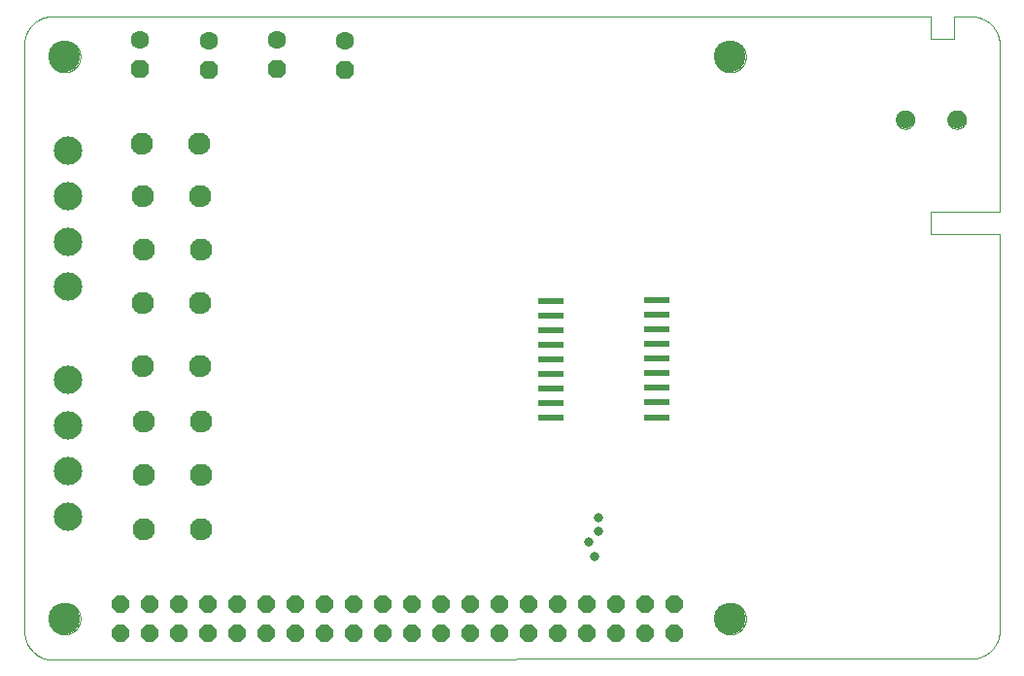
<source format=gbs>
G75*
%MOIN*%
%OFA0B0*%
%FSLAX25Y25*%
%IPPOS*%
%LPD*%
%AMOC8*
5,1,8,0,0,1.08239X$1,22.5*
%
%ADD10C,0.00000*%
%ADD11C,0.10827*%
%ADD12OC8,0.06300*%
%ADD13C,0.06300*%
%ADD14C,0.07600*%
%ADD15OC8,0.06000*%
%ADD16C,0.06299*%
%ADD17C,0.09744*%
%ADD18R,0.08661X0.02362*%
%ADD19C,0.03150*%
D10*
X0019433Y0005945D02*
X0334394Y0006339D01*
X0334394Y0006338D02*
X0334632Y0006341D01*
X0334870Y0006349D01*
X0335107Y0006364D01*
X0335344Y0006384D01*
X0335580Y0006410D01*
X0335816Y0006441D01*
X0336051Y0006478D01*
X0336285Y0006521D01*
X0336518Y0006570D01*
X0336750Y0006624D01*
X0336980Y0006684D01*
X0337209Y0006749D01*
X0337436Y0006820D01*
X0337661Y0006896D01*
X0337884Y0006978D01*
X0338106Y0007065D01*
X0338325Y0007157D01*
X0338542Y0007255D01*
X0338756Y0007357D01*
X0338968Y0007465D01*
X0339178Y0007579D01*
X0339384Y0007697D01*
X0339588Y0007820D01*
X0339788Y0007948D01*
X0339985Y0008080D01*
X0340180Y0008218D01*
X0340370Y0008360D01*
X0340558Y0008507D01*
X0340741Y0008658D01*
X0340921Y0008813D01*
X0341097Y0008973D01*
X0341269Y0009137D01*
X0341438Y0009306D01*
X0341602Y0009478D01*
X0341762Y0009654D01*
X0341917Y0009834D01*
X0342068Y0010017D01*
X0342215Y0010205D01*
X0342357Y0010395D01*
X0342495Y0010590D01*
X0342627Y0010787D01*
X0342755Y0010987D01*
X0342878Y0011191D01*
X0342996Y0011397D01*
X0343110Y0011607D01*
X0343218Y0011819D01*
X0343320Y0012033D01*
X0343418Y0012250D01*
X0343510Y0012469D01*
X0343597Y0012691D01*
X0343679Y0012914D01*
X0343755Y0013139D01*
X0343826Y0013366D01*
X0343891Y0013595D01*
X0343951Y0013825D01*
X0344005Y0014057D01*
X0344054Y0014290D01*
X0344097Y0014524D01*
X0344134Y0014759D01*
X0344165Y0014995D01*
X0344191Y0015231D01*
X0344211Y0015468D01*
X0344226Y0015705D01*
X0344234Y0015943D01*
X0344237Y0016181D01*
X0344236Y0016181D02*
X0344236Y0152008D01*
X0320614Y0152008D01*
X0320614Y0159882D01*
X0344236Y0159882D01*
X0344236Y0216969D01*
X0344237Y0216969D02*
X0344234Y0217207D01*
X0344226Y0217445D01*
X0344211Y0217682D01*
X0344191Y0217919D01*
X0344165Y0218155D01*
X0344134Y0218391D01*
X0344097Y0218626D01*
X0344054Y0218860D01*
X0344005Y0219093D01*
X0343951Y0219325D01*
X0343891Y0219555D01*
X0343826Y0219784D01*
X0343755Y0220011D01*
X0343679Y0220236D01*
X0343597Y0220459D01*
X0343510Y0220681D01*
X0343418Y0220900D01*
X0343320Y0221117D01*
X0343218Y0221331D01*
X0343110Y0221543D01*
X0342996Y0221753D01*
X0342878Y0221959D01*
X0342755Y0222163D01*
X0342627Y0222363D01*
X0342495Y0222560D01*
X0342357Y0222755D01*
X0342215Y0222945D01*
X0342068Y0223133D01*
X0341917Y0223316D01*
X0341762Y0223496D01*
X0341602Y0223672D01*
X0341438Y0223844D01*
X0341269Y0224013D01*
X0341097Y0224177D01*
X0340921Y0224337D01*
X0340741Y0224492D01*
X0340558Y0224643D01*
X0340370Y0224790D01*
X0340180Y0224932D01*
X0339985Y0225070D01*
X0339788Y0225202D01*
X0339588Y0225330D01*
X0339384Y0225453D01*
X0339178Y0225571D01*
X0338968Y0225685D01*
X0338756Y0225793D01*
X0338542Y0225895D01*
X0338325Y0225993D01*
X0338106Y0226085D01*
X0337884Y0226172D01*
X0337661Y0226254D01*
X0337436Y0226330D01*
X0337209Y0226401D01*
X0336980Y0226466D01*
X0336750Y0226526D01*
X0336518Y0226580D01*
X0336285Y0226629D01*
X0336051Y0226672D01*
X0335816Y0226709D01*
X0335580Y0226740D01*
X0335344Y0226766D01*
X0335107Y0226786D01*
X0334870Y0226801D01*
X0334632Y0226809D01*
X0334394Y0226812D01*
X0334394Y0226811D02*
X0328488Y0226811D01*
X0328488Y0218937D01*
X0320614Y0218937D01*
X0320614Y0226811D01*
X0019433Y0226811D01*
X0019433Y0226812D02*
X0019200Y0226814D01*
X0018967Y0226810D01*
X0018734Y0226801D01*
X0018501Y0226786D01*
X0018269Y0226765D01*
X0018037Y0226739D01*
X0017806Y0226707D01*
X0017576Y0226670D01*
X0017347Y0226627D01*
X0017119Y0226579D01*
X0016892Y0226525D01*
X0016666Y0226466D01*
X0016442Y0226401D01*
X0016220Y0226331D01*
X0016000Y0226255D01*
X0015781Y0226174D01*
X0015564Y0226088D01*
X0015350Y0225997D01*
X0015137Y0225900D01*
X0014928Y0225799D01*
X0014720Y0225692D01*
X0014516Y0225580D01*
X0014314Y0225464D01*
X0014115Y0225342D01*
X0013918Y0225216D01*
X0013725Y0225085D01*
X0013536Y0224950D01*
X0013349Y0224810D01*
X0013166Y0224666D01*
X0012987Y0224517D01*
X0012811Y0224364D01*
X0012639Y0224206D01*
X0012471Y0224045D01*
X0012307Y0223879D01*
X0012146Y0223710D01*
X0011990Y0223537D01*
X0011839Y0223360D01*
X0011691Y0223179D01*
X0011548Y0222995D01*
X0011409Y0222808D01*
X0011275Y0222617D01*
X0011146Y0222423D01*
X0011021Y0222226D01*
X0010901Y0222026D01*
X0010786Y0221823D01*
X0010676Y0221617D01*
X0010571Y0221409D01*
X0010471Y0221199D01*
X0010376Y0220986D01*
X0010287Y0220771D01*
X0010202Y0220553D01*
X0010123Y0220334D01*
X0010049Y0220113D01*
X0009981Y0219890D01*
X0009917Y0219666D01*
X0009860Y0219440D01*
X0009808Y0219212D01*
X0009761Y0218984D01*
X0009720Y0218755D01*
X0009684Y0218524D01*
X0009654Y0218293D01*
X0009630Y0218061D01*
X0009611Y0217829D01*
X0009598Y0217596D01*
X0009590Y0217363D01*
X0009591Y0217362D02*
X0009591Y0015788D01*
X0009590Y0015788D02*
X0009593Y0015550D01*
X0009601Y0015312D01*
X0009616Y0015075D01*
X0009636Y0014838D01*
X0009662Y0014602D01*
X0009693Y0014366D01*
X0009730Y0014131D01*
X0009773Y0013897D01*
X0009822Y0013664D01*
X0009876Y0013432D01*
X0009936Y0013202D01*
X0010001Y0012973D01*
X0010072Y0012746D01*
X0010148Y0012521D01*
X0010230Y0012298D01*
X0010317Y0012076D01*
X0010409Y0011857D01*
X0010507Y0011640D01*
X0010609Y0011426D01*
X0010717Y0011214D01*
X0010831Y0011004D01*
X0010949Y0010798D01*
X0011072Y0010594D01*
X0011200Y0010394D01*
X0011332Y0010197D01*
X0011470Y0010002D01*
X0011612Y0009812D01*
X0011759Y0009624D01*
X0011910Y0009441D01*
X0012065Y0009261D01*
X0012225Y0009085D01*
X0012389Y0008913D01*
X0012558Y0008744D01*
X0012730Y0008580D01*
X0012906Y0008420D01*
X0013086Y0008265D01*
X0013269Y0008114D01*
X0013457Y0007967D01*
X0013647Y0007825D01*
X0013842Y0007687D01*
X0014039Y0007555D01*
X0014239Y0007427D01*
X0014443Y0007304D01*
X0014649Y0007186D01*
X0014859Y0007072D01*
X0015071Y0006964D01*
X0015285Y0006862D01*
X0015502Y0006764D01*
X0015721Y0006672D01*
X0015943Y0006585D01*
X0016166Y0006503D01*
X0016391Y0006427D01*
X0016618Y0006356D01*
X0016847Y0006291D01*
X0017077Y0006231D01*
X0017309Y0006177D01*
X0017542Y0006128D01*
X0017776Y0006085D01*
X0018011Y0006048D01*
X0018247Y0006017D01*
X0018483Y0005991D01*
X0018720Y0005971D01*
X0018957Y0005956D01*
X0019195Y0005948D01*
X0019433Y0005945D01*
X0017957Y0020118D02*
X0017959Y0020265D01*
X0017965Y0020411D01*
X0017975Y0020557D01*
X0017989Y0020703D01*
X0018007Y0020849D01*
X0018028Y0020994D01*
X0018054Y0021138D01*
X0018084Y0021282D01*
X0018117Y0021424D01*
X0018154Y0021566D01*
X0018195Y0021707D01*
X0018240Y0021846D01*
X0018289Y0021985D01*
X0018341Y0022122D01*
X0018398Y0022257D01*
X0018457Y0022391D01*
X0018521Y0022523D01*
X0018588Y0022653D01*
X0018658Y0022782D01*
X0018732Y0022909D01*
X0018809Y0023033D01*
X0018890Y0023156D01*
X0018974Y0023276D01*
X0019061Y0023394D01*
X0019151Y0023509D01*
X0019244Y0023622D01*
X0019341Y0023733D01*
X0019440Y0023841D01*
X0019542Y0023946D01*
X0019647Y0024048D01*
X0019755Y0024147D01*
X0019866Y0024244D01*
X0019979Y0024337D01*
X0020094Y0024427D01*
X0020212Y0024514D01*
X0020332Y0024598D01*
X0020455Y0024679D01*
X0020579Y0024756D01*
X0020706Y0024830D01*
X0020835Y0024900D01*
X0020965Y0024967D01*
X0021097Y0025031D01*
X0021231Y0025090D01*
X0021366Y0025147D01*
X0021503Y0025199D01*
X0021642Y0025248D01*
X0021781Y0025293D01*
X0021922Y0025334D01*
X0022064Y0025371D01*
X0022206Y0025404D01*
X0022350Y0025434D01*
X0022494Y0025460D01*
X0022639Y0025481D01*
X0022785Y0025499D01*
X0022931Y0025513D01*
X0023077Y0025523D01*
X0023223Y0025529D01*
X0023370Y0025531D01*
X0023517Y0025529D01*
X0023663Y0025523D01*
X0023809Y0025513D01*
X0023955Y0025499D01*
X0024101Y0025481D01*
X0024246Y0025460D01*
X0024390Y0025434D01*
X0024534Y0025404D01*
X0024676Y0025371D01*
X0024818Y0025334D01*
X0024959Y0025293D01*
X0025098Y0025248D01*
X0025237Y0025199D01*
X0025374Y0025147D01*
X0025509Y0025090D01*
X0025643Y0025031D01*
X0025775Y0024967D01*
X0025905Y0024900D01*
X0026034Y0024830D01*
X0026161Y0024756D01*
X0026285Y0024679D01*
X0026408Y0024598D01*
X0026528Y0024514D01*
X0026646Y0024427D01*
X0026761Y0024337D01*
X0026874Y0024244D01*
X0026985Y0024147D01*
X0027093Y0024048D01*
X0027198Y0023946D01*
X0027300Y0023841D01*
X0027399Y0023733D01*
X0027496Y0023622D01*
X0027589Y0023509D01*
X0027679Y0023394D01*
X0027766Y0023276D01*
X0027850Y0023156D01*
X0027931Y0023033D01*
X0028008Y0022909D01*
X0028082Y0022782D01*
X0028152Y0022653D01*
X0028219Y0022523D01*
X0028283Y0022391D01*
X0028342Y0022257D01*
X0028399Y0022122D01*
X0028451Y0021985D01*
X0028500Y0021846D01*
X0028545Y0021707D01*
X0028586Y0021566D01*
X0028623Y0021424D01*
X0028656Y0021282D01*
X0028686Y0021138D01*
X0028712Y0020994D01*
X0028733Y0020849D01*
X0028751Y0020703D01*
X0028765Y0020557D01*
X0028775Y0020411D01*
X0028781Y0020265D01*
X0028783Y0020118D01*
X0028781Y0019971D01*
X0028775Y0019825D01*
X0028765Y0019679D01*
X0028751Y0019533D01*
X0028733Y0019387D01*
X0028712Y0019242D01*
X0028686Y0019098D01*
X0028656Y0018954D01*
X0028623Y0018812D01*
X0028586Y0018670D01*
X0028545Y0018529D01*
X0028500Y0018390D01*
X0028451Y0018251D01*
X0028399Y0018114D01*
X0028342Y0017979D01*
X0028283Y0017845D01*
X0028219Y0017713D01*
X0028152Y0017583D01*
X0028082Y0017454D01*
X0028008Y0017327D01*
X0027931Y0017203D01*
X0027850Y0017080D01*
X0027766Y0016960D01*
X0027679Y0016842D01*
X0027589Y0016727D01*
X0027496Y0016614D01*
X0027399Y0016503D01*
X0027300Y0016395D01*
X0027198Y0016290D01*
X0027093Y0016188D01*
X0026985Y0016089D01*
X0026874Y0015992D01*
X0026761Y0015899D01*
X0026646Y0015809D01*
X0026528Y0015722D01*
X0026408Y0015638D01*
X0026285Y0015557D01*
X0026161Y0015480D01*
X0026034Y0015406D01*
X0025905Y0015336D01*
X0025775Y0015269D01*
X0025643Y0015205D01*
X0025509Y0015146D01*
X0025374Y0015089D01*
X0025237Y0015037D01*
X0025098Y0014988D01*
X0024959Y0014943D01*
X0024818Y0014902D01*
X0024676Y0014865D01*
X0024534Y0014832D01*
X0024390Y0014802D01*
X0024246Y0014776D01*
X0024101Y0014755D01*
X0023955Y0014737D01*
X0023809Y0014723D01*
X0023663Y0014713D01*
X0023517Y0014707D01*
X0023370Y0014705D01*
X0023223Y0014707D01*
X0023077Y0014713D01*
X0022931Y0014723D01*
X0022785Y0014737D01*
X0022639Y0014755D01*
X0022494Y0014776D01*
X0022350Y0014802D01*
X0022206Y0014832D01*
X0022064Y0014865D01*
X0021922Y0014902D01*
X0021781Y0014943D01*
X0021642Y0014988D01*
X0021503Y0015037D01*
X0021366Y0015089D01*
X0021231Y0015146D01*
X0021097Y0015205D01*
X0020965Y0015269D01*
X0020835Y0015336D01*
X0020706Y0015406D01*
X0020579Y0015480D01*
X0020455Y0015557D01*
X0020332Y0015638D01*
X0020212Y0015722D01*
X0020094Y0015809D01*
X0019979Y0015899D01*
X0019866Y0015992D01*
X0019755Y0016089D01*
X0019647Y0016188D01*
X0019542Y0016290D01*
X0019440Y0016395D01*
X0019341Y0016503D01*
X0019244Y0016614D01*
X0019151Y0016727D01*
X0019061Y0016842D01*
X0018974Y0016960D01*
X0018890Y0017080D01*
X0018809Y0017203D01*
X0018732Y0017327D01*
X0018658Y0017454D01*
X0018588Y0017583D01*
X0018521Y0017713D01*
X0018457Y0017845D01*
X0018398Y0017979D01*
X0018341Y0018114D01*
X0018289Y0018251D01*
X0018240Y0018390D01*
X0018195Y0018529D01*
X0018154Y0018670D01*
X0018117Y0018812D01*
X0018084Y0018954D01*
X0018054Y0019098D01*
X0018028Y0019242D01*
X0018007Y0019387D01*
X0017989Y0019533D01*
X0017975Y0019679D01*
X0017965Y0019825D01*
X0017959Y0019971D01*
X0017957Y0020118D01*
X0246304Y0020118D02*
X0246306Y0020265D01*
X0246312Y0020411D01*
X0246322Y0020557D01*
X0246336Y0020703D01*
X0246354Y0020849D01*
X0246375Y0020994D01*
X0246401Y0021138D01*
X0246431Y0021282D01*
X0246464Y0021424D01*
X0246501Y0021566D01*
X0246542Y0021707D01*
X0246587Y0021846D01*
X0246636Y0021985D01*
X0246688Y0022122D01*
X0246745Y0022257D01*
X0246804Y0022391D01*
X0246868Y0022523D01*
X0246935Y0022653D01*
X0247005Y0022782D01*
X0247079Y0022909D01*
X0247156Y0023033D01*
X0247237Y0023156D01*
X0247321Y0023276D01*
X0247408Y0023394D01*
X0247498Y0023509D01*
X0247591Y0023622D01*
X0247688Y0023733D01*
X0247787Y0023841D01*
X0247889Y0023946D01*
X0247994Y0024048D01*
X0248102Y0024147D01*
X0248213Y0024244D01*
X0248326Y0024337D01*
X0248441Y0024427D01*
X0248559Y0024514D01*
X0248679Y0024598D01*
X0248802Y0024679D01*
X0248926Y0024756D01*
X0249053Y0024830D01*
X0249182Y0024900D01*
X0249312Y0024967D01*
X0249444Y0025031D01*
X0249578Y0025090D01*
X0249713Y0025147D01*
X0249850Y0025199D01*
X0249989Y0025248D01*
X0250128Y0025293D01*
X0250269Y0025334D01*
X0250411Y0025371D01*
X0250553Y0025404D01*
X0250697Y0025434D01*
X0250841Y0025460D01*
X0250986Y0025481D01*
X0251132Y0025499D01*
X0251278Y0025513D01*
X0251424Y0025523D01*
X0251570Y0025529D01*
X0251717Y0025531D01*
X0251864Y0025529D01*
X0252010Y0025523D01*
X0252156Y0025513D01*
X0252302Y0025499D01*
X0252448Y0025481D01*
X0252593Y0025460D01*
X0252737Y0025434D01*
X0252881Y0025404D01*
X0253023Y0025371D01*
X0253165Y0025334D01*
X0253306Y0025293D01*
X0253445Y0025248D01*
X0253584Y0025199D01*
X0253721Y0025147D01*
X0253856Y0025090D01*
X0253990Y0025031D01*
X0254122Y0024967D01*
X0254252Y0024900D01*
X0254381Y0024830D01*
X0254508Y0024756D01*
X0254632Y0024679D01*
X0254755Y0024598D01*
X0254875Y0024514D01*
X0254993Y0024427D01*
X0255108Y0024337D01*
X0255221Y0024244D01*
X0255332Y0024147D01*
X0255440Y0024048D01*
X0255545Y0023946D01*
X0255647Y0023841D01*
X0255746Y0023733D01*
X0255843Y0023622D01*
X0255936Y0023509D01*
X0256026Y0023394D01*
X0256113Y0023276D01*
X0256197Y0023156D01*
X0256278Y0023033D01*
X0256355Y0022909D01*
X0256429Y0022782D01*
X0256499Y0022653D01*
X0256566Y0022523D01*
X0256630Y0022391D01*
X0256689Y0022257D01*
X0256746Y0022122D01*
X0256798Y0021985D01*
X0256847Y0021846D01*
X0256892Y0021707D01*
X0256933Y0021566D01*
X0256970Y0021424D01*
X0257003Y0021282D01*
X0257033Y0021138D01*
X0257059Y0020994D01*
X0257080Y0020849D01*
X0257098Y0020703D01*
X0257112Y0020557D01*
X0257122Y0020411D01*
X0257128Y0020265D01*
X0257130Y0020118D01*
X0257128Y0019971D01*
X0257122Y0019825D01*
X0257112Y0019679D01*
X0257098Y0019533D01*
X0257080Y0019387D01*
X0257059Y0019242D01*
X0257033Y0019098D01*
X0257003Y0018954D01*
X0256970Y0018812D01*
X0256933Y0018670D01*
X0256892Y0018529D01*
X0256847Y0018390D01*
X0256798Y0018251D01*
X0256746Y0018114D01*
X0256689Y0017979D01*
X0256630Y0017845D01*
X0256566Y0017713D01*
X0256499Y0017583D01*
X0256429Y0017454D01*
X0256355Y0017327D01*
X0256278Y0017203D01*
X0256197Y0017080D01*
X0256113Y0016960D01*
X0256026Y0016842D01*
X0255936Y0016727D01*
X0255843Y0016614D01*
X0255746Y0016503D01*
X0255647Y0016395D01*
X0255545Y0016290D01*
X0255440Y0016188D01*
X0255332Y0016089D01*
X0255221Y0015992D01*
X0255108Y0015899D01*
X0254993Y0015809D01*
X0254875Y0015722D01*
X0254755Y0015638D01*
X0254632Y0015557D01*
X0254508Y0015480D01*
X0254381Y0015406D01*
X0254252Y0015336D01*
X0254122Y0015269D01*
X0253990Y0015205D01*
X0253856Y0015146D01*
X0253721Y0015089D01*
X0253584Y0015037D01*
X0253445Y0014988D01*
X0253306Y0014943D01*
X0253165Y0014902D01*
X0253023Y0014865D01*
X0252881Y0014832D01*
X0252737Y0014802D01*
X0252593Y0014776D01*
X0252448Y0014755D01*
X0252302Y0014737D01*
X0252156Y0014723D01*
X0252010Y0014713D01*
X0251864Y0014707D01*
X0251717Y0014705D01*
X0251570Y0014707D01*
X0251424Y0014713D01*
X0251278Y0014723D01*
X0251132Y0014737D01*
X0250986Y0014755D01*
X0250841Y0014776D01*
X0250697Y0014802D01*
X0250553Y0014832D01*
X0250411Y0014865D01*
X0250269Y0014902D01*
X0250128Y0014943D01*
X0249989Y0014988D01*
X0249850Y0015037D01*
X0249713Y0015089D01*
X0249578Y0015146D01*
X0249444Y0015205D01*
X0249312Y0015269D01*
X0249182Y0015336D01*
X0249053Y0015406D01*
X0248926Y0015480D01*
X0248802Y0015557D01*
X0248679Y0015638D01*
X0248559Y0015722D01*
X0248441Y0015809D01*
X0248326Y0015899D01*
X0248213Y0015992D01*
X0248102Y0016089D01*
X0247994Y0016188D01*
X0247889Y0016290D01*
X0247787Y0016395D01*
X0247688Y0016503D01*
X0247591Y0016614D01*
X0247498Y0016727D01*
X0247408Y0016842D01*
X0247321Y0016960D01*
X0247237Y0017080D01*
X0247156Y0017203D01*
X0247079Y0017327D01*
X0247005Y0017454D01*
X0246935Y0017583D01*
X0246868Y0017713D01*
X0246804Y0017845D01*
X0246745Y0017979D01*
X0246688Y0018114D01*
X0246636Y0018251D01*
X0246587Y0018390D01*
X0246542Y0018529D01*
X0246501Y0018670D01*
X0246464Y0018812D01*
X0246431Y0018954D01*
X0246401Y0019098D01*
X0246375Y0019242D01*
X0246354Y0019387D01*
X0246336Y0019533D01*
X0246322Y0019679D01*
X0246312Y0019825D01*
X0246306Y0019971D01*
X0246304Y0020118D01*
X0308606Y0191378D02*
X0308608Y0191490D01*
X0308614Y0191601D01*
X0308624Y0191713D01*
X0308638Y0191824D01*
X0308655Y0191934D01*
X0308677Y0192044D01*
X0308703Y0192153D01*
X0308732Y0192261D01*
X0308765Y0192367D01*
X0308802Y0192473D01*
X0308843Y0192577D01*
X0308888Y0192680D01*
X0308936Y0192781D01*
X0308987Y0192880D01*
X0309042Y0192977D01*
X0309101Y0193072D01*
X0309162Y0193166D01*
X0309227Y0193257D01*
X0309296Y0193345D01*
X0309367Y0193431D01*
X0309441Y0193515D01*
X0309519Y0193595D01*
X0309599Y0193673D01*
X0309682Y0193749D01*
X0309767Y0193821D01*
X0309855Y0193890D01*
X0309945Y0193956D01*
X0310038Y0194018D01*
X0310133Y0194078D01*
X0310230Y0194134D01*
X0310328Y0194186D01*
X0310429Y0194235D01*
X0310531Y0194280D01*
X0310635Y0194322D01*
X0310740Y0194360D01*
X0310847Y0194394D01*
X0310954Y0194424D01*
X0311063Y0194451D01*
X0311172Y0194473D01*
X0311283Y0194492D01*
X0311393Y0194507D01*
X0311505Y0194518D01*
X0311616Y0194525D01*
X0311728Y0194528D01*
X0311840Y0194527D01*
X0311952Y0194522D01*
X0312063Y0194513D01*
X0312174Y0194500D01*
X0312285Y0194483D01*
X0312395Y0194463D01*
X0312504Y0194438D01*
X0312612Y0194410D01*
X0312719Y0194377D01*
X0312825Y0194341D01*
X0312929Y0194301D01*
X0313032Y0194258D01*
X0313134Y0194211D01*
X0313233Y0194160D01*
X0313331Y0194106D01*
X0313427Y0194048D01*
X0313521Y0193987D01*
X0313612Y0193923D01*
X0313701Y0193856D01*
X0313788Y0193785D01*
X0313872Y0193711D01*
X0313954Y0193635D01*
X0314032Y0193555D01*
X0314108Y0193473D01*
X0314181Y0193388D01*
X0314251Y0193301D01*
X0314317Y0193211D01*
X0314381Y0193119D01*
X0314441Y0193025D01*
X0314498Y0192929D01*
X0314551Y0192830D01*
X0314601Y0192730D01*
X0314647Y0192629D01*
X0314690Y0192525D01*
X0314729Y0192420D01*
X0314764Y0192314D01*
X0314795Y0192207D01*
X0314823Y0192098D01*
X0314846Y0191989D01*
X0314866Y0191879D01*
X0314882Y0191768D01*
X0314894Y0191657D01*
X0314902Y0191546D01*
X0314906Y0191434D01*
X0314906Y0191322D01*
X0314902Y0191210D01*
X0314894Y0191099D01*
X0314882Y0190988D01*
X0314866Y0190877D01*
X0314846Y0190767D01*
X0314823Y0190658D01*
X0314795Y0190549D01*
X0314764Y0190442D01*
X0314729Y0190336D01*
X0314690Y0190231D01*
X0314647Y0190127D01*
X0314601Y0190026D01*
X0314551Y0189926D01*
X0314498Y0189827D01*
X0314441Y0189731D01*
X0314381Y0189637D01*
X0314317Y0189545D01*
X0314251Y0189455D01*
X0314181Y0189368D01*
X0314108Y0189283D01*
X0314032Y0189201D01*
X0313954Y0189121D01*
X0313872Y0189045D01*
X0313788Y0188971D01*
X0313701Y0188900D01*
X0313612Y0188833D01*
X0313521Y0188769D01*
X0313427Y0188708D01*
X0313331Y0188650D01*
X0313233Y0188596D01*
X0313134Y0188545D01*
X0313032Y0188498D01*
X0312929Y0188455D01*
X0312825Y0188415D01*
X0312719Y0188379D01*
X0312612Y0188346D01*
X0312504Y0188318D01*
X0312395Y0188293D01*
X0312285Y0188273D01*
X0312174Y0188256D01*
X0312063Y0188243D01*
X0311952Y0188234D01*
X0311840Y0188229D01*
X0311728Y0188228D01*
X0311616Y0188231D01*
X0311505Y0188238D01*
X0311393Y0188249D01*
X0311283Y0188264D01*
X0311172Y0188283D01*
X0311063Y0188305D01*
X0310954Y0188332D01*
X0310847Y0188362D01*
X0310740Y0188396D01*
X0310635Y0188434D01*
X0310531Y0188476D01*
X0310429Y0188521D01*
X0310328Y0188570D01*
X0310230Y0188622D01*
X0310133Y0188678D01*
X0310038Y0188738D01*
X0309945Y0188800D01*
X0309855Y0188866D01*
X0309767Y0188935D01*
X0309682Y0189007D01*
X0309599Y0189083D01*
X0309519Y0189161D01*
X0309441Y0189241D01*
X0309367Y0189325D01*
X0309296Y0189411D01*
X0309227Y0189499D01*
X0309162Y0189590D01*
X0309101Y0189684D01*
X0309042Y0189779D01*
X0308987Y0189876D01*
X0308936Y0189975D01*
X0308888Y0190076D01*
X0308843Y0190179D01*
X0308802Y0190283D01*
X0308765Y0190389D01*
X0308732Y0190495D01*
X0308703Y0190603D01*
X0308677Y0190712D01*
X0308655Y0190822D01*
X0308638Y0190932D01*
X0308624Y0191043D01*
X0308614Y0191155D01*
X0308608Y0191266D01*
X0308606Y0191378D01*
X0326323Y0191378D02*
X0326325Y0191490D01*
X0326331Y0191601D01*
X0326341Y0191713D01*
X0326355Y0191824D01*
X0326372Y0191934D01*
X0326394Y0192044D01*
X0326420Y0192153D01*
X0326449Y0192261D01*
X0326482Y0192367D01*
X0326519Y0192473D01*
X0326560Y0192577D01*
X0326605Y0192680D01*
X0326653Y0192781D01*
X0326704Y0192880D01*
X0326759Y0192977D01*
X0326818Y0193072D01*
X0326879Y0193166D01*
X0326944Y0193257D01*
X0327013Y0193345D01*
X0327084Y0193431D01*
X0327158Y0193515D01*
X0327236Y0193595D01*
X0327316Y0193673D01*
X0327399Y0193749D01*
X0327484Y0193821D01*
X0327572Y0193890D01*
X0327662Y0193956D01*
X0327755Y0194018D01*
X0327850Y0194078D01*
X0327947Y0194134D01*
X0328045Y0194186D01*
X0328146Y0194235D01*
X0328248Y0194280D01*
X0328352Y0194322D01*
X0328457Y0194360D01*
X0328564Y0194394D01*
X0328671Y0194424D01*
X0328780Y0194451D01*
X0328889Y0194473D01*
X0329000Y0194492D01*
X0329110Y0194507D01*
X0329222Y0194518D01*
X0329333Y0194525D01*
X0329445Y0194528D01*
X0329557Y0194527D01*
X0329669Y0194522D01*
X0329780Y0194513D01*
X0329891Y0194500D01*
X0330002Y0194483D01*
X0330112Y0194463D01*
X0330221Y0194438D01*
X0330329Y0194410D01*
X0330436Y0194377D01*
X0330542Y0194341D01*
X0330646Y0194301D01*
X0330749Y0194258D01*
X0330851Y0194211D01*
X0330950Y0194160D01*
X0331048Y0194106D01*
X0331144Y0194048D01*
X0331238Y0193987D01*
X0331329Y0193923D01*
X0331418Y0193856D01*
X0331505Y0193785D01*
X0331589Y0193711D01*
X0331671Y0193635D01*
X0331749Y0193555D01*
X0331825Y0193473D01*
X0331898Y0193388D01*
X0331968Y0193301D01*
X0332034Y0193211D01*
X0332098Y0193119D01*
X0332158Y0193025D01*
X0332215Y0192929D01*
X0332268Y0192830D01*
X0332318Y0192730D01*
X0332364Y0192629D01*
X0332407Y0192525D01*
X0332446Y0192420D01*
X0332481Y0192314D01*
X0332512Y0192207D01*
X0332540Y0192098D01*
X0332563Y0191989D01*
X0332583Y0191879D01*
X0332599Y0191768D01*
X0332611Y0191657D01*
X0332619Y0191546D01*
X0332623Y0191434D01*
X0332623Y0191322D01*
X0332619Y0191210D01*
X0332611Y0191099D01*
X0332599Y0190988D01*
X0332583Y0190877D01*
X0332563Y0190767D01*
X0332540Y0190658D01*
X0332512Y0190549D01*
X0332481Y0190442D01*
X0332446Y0190336D01*
X0332407Y0190231D01*
X0332364Y0190127D01*
X0332318Y0190026D01*
X0332268Y0189926D01*
X0332215Y0189827D01*
X0332158Y0189731D01*
X0332098Y0189637D01*
X0332034Y0189545D01*
X0331968Y0189455D01*
X0331898Y0189368D01*
X0331825Y0189283D01*
X0331749Y0189201D01*
X0331671Y0189121D01*
X0331589Y0189045D01*
X0331505Y0188971D01*
X0331418Y0188900D01*
X0331329Y0188833D01*
X0331238Y0188769D01*
X0331144Y0188708D01*
X0331048Y0188650D01*
X0330950Y0188596D01*
X0330851Y0188545D01*
X0330749Y0188498D01*
X0330646Y0188455D01*
X0330542Y0188415D01*
X0330436Y0188379D01*
X0330329Y0188346D01*
X0330221Y0188318D01*
X0330112Y0188293D01*
X0330002Y0188273D01*
X0329891Y0188256D01*
X0329780Y0188243D01*
X0329669Y0188234D01*
X0329557Y0188229D01*
X0329445Y0188228D01*
X0329333Y0188231D01*
X0329222Y0188238D01*
X0329110Y0188249D01*
X0329000Y0188264D01*
X0328889Y0188283D01*
X0328780Y0188305D01*
X0328671Y0188332D01*
X0328564Y0188362D01*
X0328457Y0188396D01*
X0328352Y0188434D01*
X0328248Y0188476D01*
X0328146Y0188521D01*
X0328045Y0188570D01*
X0327947Y0188622D01*
X0327850Y0188678D01*
X0327755Y0188738D01*
X0327662Y0188800D01*
X0327572Y0188866D01*
X0327484Y0188935D01*
X0327399Y0189007D01*
X0327316Y0189083D01*
X0327236Y0189161D01*
X0327158Y0189241D01*
X0327084Y0189325D01*
X0327013Y0189411D01*
X0326944Y0189499D01*
X0326879Y0189590D01*
X0326818Y0189684D01*
X0326759Y0189779D01*
X0326704Y0189876D01*
X0326653Y0189975D01*
X0326605Y0190076D01*
X0326560Y0190179D01*
X0326519Y0190283D01*
X0326482Y0190389D01*
X0326449Y0190495D01*
X0326420Y0190603D01*
X0326394Y0190712D01*
X0326372Y0190822D01*
X0326355Y0190932D01*
X0326341Y0191043D01*
X0326331Y0191155D01*
X0326325Y0191266D01*
X0326323Y0191378D01*
X0246304Y0213032D02*
X0246306Y0213179D01*
X0246312Y0213325D01*
X0246322Y0213471D01*
X0246336Y0213617D01*
X0246354Y0213763D01*
X0246375Y0213908D01*
X0246401Y0214052D01*
X0246431Y0214196D01*
X0246464Y0214338D01*
X0246501Y0214480D01*
X0246542Y0214621D01*
X0246587Y0214760D01*
X0246636Y0214899D01*
X0246688Y0215036D01*
X0246745Y0215171D01*
X0246804Y0215305D01*
X0246868Y0215437D01*
X0246935Y0215567D01*
X0247005Y0215696D01*
X0247079Y0215823D01*
X0247156Y0215947D01*
X0247237Y0216070D01*
X0247321Y0216190D01*
X0247408Y0216308D01*
X0247498Y0216423D01*
X0247591Y0216536D01*
X0247688Y0216647D01*
X0247787Y0216755D01*
X0247889Y0216860D01*
X0247994Y0216962D01*
X0248102Y0217061D01*
X0248213Y0217158D01*
X0248326Y0217251D01*
X0248441Y0217341D01*
X0248559Y0217428D01*
X0248679Y0217512D01*
X0248802Y0217593D01*
X0248926Y0217670D01*
X0249053Y0217744D01*
X0249182Y0217814D01*
X0249312Y0217881D01*
X0249444Y0217945D01*
X0249578Y0218004D01*
X0249713Y0218061D01*
X0249850Y0218113D01*
X0249989Y0218162D01*
X0250128Y0218207D01*
X0250269Y0218248D01*
X0250411Y0218285D01*
X0250553Y0218318D01*
X0250697Y0218348D01*
X0250841Y0218374D01*
X0250986Y0218395D01*
X0251132Y0218413D01*
X0251278Y0218427D01*
X0251424Y0218437D01*
X0251570Y0218443D01*
X0251717Y0218445D01*
X0251864Y0218443D01*
X0252010Y0218437D01*
X0252156Y0218427D01*
X0252302Y0218413D01*
X0252448Y0218395D01*
X0252593Y0218374D01*
X0252737Y0218348D01*
X0252881Y0218318D01*
X0253023Y0218285D01*
X0253165Y0218248D01*
X0253306Y0218207D01*
X0253445Y0218162D01*
X0253584Y0218113D01*
X0253721Y0218061D01*
X0253856Y0218004D01*
X0253990Y0217945D01*
X0254122Y0217881D01*
X0254252Y0217814D01*
X0254381Y0217744D01*
X0254508Y0217670D01*
X0254632Y0217593D01*
X0254755Y0217512D01*
X0254875Y0217428D01*
X0254993Y0217341D01*
X0255108Y0217251D01*
X0255221Y0217158D01*
X0255332Y0217061D01*
X0255440Y0216962D01*
X0255545Y0216860D01*
X0255647Y0216755D01*
X0255746Y0216647D01*
X0255843Y0216536D01*
X0255936Y0216423D01*
X0256026Y0216308D01*
X0256113Y0216190D01*
X0256197Y0216070D01*
X0256278Y0215947D01*
X0256355Y0215823D01*
X0256429Y0215696D01*
X0256499Y0215567D01*
X0256566Y0215437D01*
X0256630Y0215305D01*
X0256689Y0215171D01*
X0256746Y0215036D01*
X0256798Y0214899D01*
X0256847Y0214760D01*
X0256892Y0214621D01*
X0256933Y0214480D01*
X0256970Y0214338D01*
X0257003Y0214196D01*
X0257033Y0214052D01*
X0257059Y0213908D01*
X0257080Y0213763D01*
X0257098Y0213617D01*
X0257112Y0213471D01*
X0257122Y0213325D01*
X0257128Y0213179D01*
X0257130Y0213032D01*
X0257128Y0212885D01*
X0257122Y0212739D01*
X0257112Y0212593D01*
X0257098Y0212447D01*
X0257080Y0212301D01*
X0257059Y0212156D01*
X0257033Y0212012D01*
X0257003Y0211868D01*
X0256970Y0211726D01*
X0256933Y0211584D01*
X0256892Y0211443D01*
X0256847Y0211304D01*
X0256798Y0211165D01*
X0256746Y0211028D01*
X0256689Y0210893D01*
X0256630Y0210759D01*
X0256566Y0210627D01*
X0256499Y0210497D01*
X0256429Y0210368D01*
X0256355Y0210241D01*
X0256278Y0210117D01*
X0256197Y0209994D01*
X0256113Y0209874D01*
X0256026Y0209756D01*
X0255936Y0209641D01*
X0255843Y0209528D01*
X0255746Y0209417D01*
X0255647Y0209309D01*
X0255545Y0209204D01*
X0255440Y0209102D01*
X0255332Y0209003D01*
X0255221Y0208906D01*
X0255108Y0208813D01*
X0254993Y0208723D01*
X0254875Y0208636D01*
X0254755Y0208552D01*
X0254632Y0208471D01*
X0254508Y0208394D01*
X0254381Y0208320D01*
X0254252Y0208250D01*
X0254122Y0208183D01*
X0253990Y0208119D01*
X0253856Y0208060D01*
X0253721Y0208003D01*
X0253584Y0207951D01*
X0253445Y0207902D01*
X0253306Y0207857D01*
X0253165Y0207816D01*
X0253023Y0207779D01*
X0252881Y0207746D01*
X0252737Y0207716D01*
X0252593Y0207690D01*
X0252448Y0207669D01*
X0252302Y0207651D01*
X0252156Y0207637D01*
X0252010Y0207627D01*
X0251864Y0207621D01*
X0251717Y0207619D01*
X0251570Y0207621D01*
X0251424Y0207627D01*
X0251278Y0207637D01*
X0251132Y0207651D01*
X0250986Y0207669D01*
X0250841Y0207690D01*
X0250697Y0207716D01*
X0250553Y0207746D01*
X0250411Y0207779D01*
X0250269Y0207816D01*
X0250128Y0207857D01*
X0249989Y0207902D01*
X0249850Y0207951D01*
X0249713Y0208003D01*
X0249578Y0208060D01*
X0249444Y0208119D01*
X0249312Y0208183D01*
X0249182Y0208250D01*
X0249053Y0208320D01*
X0248926Y0208394D01*
X0248802Y0208471D01*
X0248679Y0208552D01*
X0248559Y0208636D01*
X0248441Y0208723D01*
X0248326Y0208813D01*
X0248213Y0208906D01*
X0248102Y0209003D01*
X0247994Y0209102D01*
X0247889Y0209204D01*
X0247787Y0209309D01*
X0247688Y0209417D01*
X0247591Y0209528D01*
X0247498Y0209641D01*
X0247408Y0209756D01*
X0247321Y0209874D01*
X0247237Y0209994D01*
X0247156Y0210117D01*
X0247079Y0210241D01*
X0247005Y0210368D01*
X0246935Y0210497D01*
X0246868Y0210627D01*
X0246804Y0210759D01*
X0246745Y0210893D01*
X0246688Y0211028D01*
X0246636Y0211165D01*
X0246587Y0211304D01*
X0246542Y0211443D01*
X0246501Y0211584D01*
X0246464Y0211726D01*
X0246431Y0211868D01*
X0246401Y0212012D01*
X0246375Y0212156D01*
X0246354Y0212301D01*
X0246336Y0212447D01*
X0246322Y0212593D01*
X0246312Y0212739D01*
X0246306Y0212885D01*
X0246304Y0213032D01*
X0017957Y0213032D02*
X0017959Y0213179D01*
X0017965Y0213325D01*
X0017975Y0213471D01*
X0017989Y0213617D01*
X0018007Y0213763D01*
X0018028Y0213908D01*
X0018054Y0214052D01*
X0018084Y0214196D01*
X0018117Y0214338D01*
X0018154Y0214480D01*
X0018195Y0214621D01*
X0018240Y0214760D01*
X0018289Y0214899D01*
X0018341Y0215036D01*
X0018398Y0215171D01*
X0018457Y0215305D01*
X0018521Y0215437D01*
X0018588Y0215567D01*
X0018658Y0215696D01*
X0018732Y0215823D01*
X0018809Y0215947D01*
X0018890Y0216070D01*
X0018974Y0216190D01*
X0019061Y0216308D01*
X0019151Y0216423D01*
X0019244Y0216536D01*
X0019341Y0216647D01*
X0019440Y0216755D01*
X0019542Y0216860D01*
X0019647Y0216962D01*
X0019755Y0217061D01*
X0019866Y0217158D01*
X0019979Y0217251D01*
X0020094Y0217341D01*
X0020212Y0217428D01*
X0020332Y0217512D01*
X0020455Y0217593D01*
X0020579Y0217670D01*
X0020706Y0217744D01*
X0020835Y0217814D01*
X0020965Y0217881D01*
X0021097Y0217945D01*
X0021231Y0218004D01*
X0021366Y0218061D01*
X0021503Y0218113D01*
X0021642Y0218162D01*
X0021781Y0218207D01*
X0021922Y0218248D01*
X0022064Y0218285D01*
X0022206Y0218318D01*
X0022350Y0218348D01*
X0022494Y0218374D01*
X0022639Y0218395D01*
X0022785Y0218413D01*
X0022931Y0218427D01*
X0023077Y0218437D01*
X0023223Y0218443D01*
X0023370Y0218445D01*
X0023517Y0218443D01*
X0023663Y0218437D01*
X0023809Y0218427D01*
X0023955Y0218413D01*
X0024101Y0218395D01*
X0024246Y0218374D01*
X0024390Y0218348D01*
X0024534Y0218318D01*
X0024676Y0218285D01*
X0024818Y0218248D01*
X0024959Y0218207D01*
X0025098Y0218162D01*
X0025237Y0218113D01*
X0025374Y0218061D01*
X0025509Y0218004D01*
X0025643Y0217945D01*
X0025775Y0217881D01*
X0025905Y0217814D01*
X0026034Y0217744D01*
X0026161Y0217670D01*
X0026285Y0217593D01*
X0026408Y0217512D01*
X0026528Y0217428D01*
X0026646Y0217341D01*
X0026761Y0217251D01*
X0026874Y0217158D01*
X0026985Y0217061D01*
X0027093Y0216962D01*
X0027198Y0216860D01*
X0027300Y0216755D01*
X0027399Y0216647D01*
X0027496Y0216536D01*
X0027589Y0216423D01*
X0027679Y0216308D01*
X0027766Y0216190D01*
X0027850Y0216070D01*
X0027931Y0215947D01*
X0028008Y0215823D01*
X0028082Y0215696D01*
X0028152Y0215567D01*
X0028219Y0215437D01*
X0028283Y0215305D01*
X0028342Y0215171D01*
X0028399Y0215036D01*
X0028451Y0214899D01*
X0028500Y0214760D01*
X0028545Y0214621D01*
X0028586Y0214480D01*
X0028623Y0214338D01*
X0028656Y0214196D01*
X0028686Y0214052D01*
X0028712Y0213908D01*
X0028733Y0213763D01*
X0028751Y0213617D01*
X0028765Y0213471D01*
X0028775Y0213325D01*
X0028781Y0213179D01*
X0028783Y0213032D01*
X0028781Y0212885D01*
X0028775Y0212739D01*
X0028765Y0212593D01*
X0028751Y0212447D01*
X0028733Y0212301D01*
X0028712Y0212156D01*
X0028686Y0212012D01*
X0028656Y0211868D01*
X0028623Y0211726D01*
X0028586Y0211584D01*
X0028545Y0211443D01*
X0028500Y0211304D01*
X0028451Y0211165D01*
X0028399Y0211028D01*
X0028342Y0210893D01*
X0028283Y0210759D01*
X0028219Y0210627D01*
X0028152Y0210497D01*
X0028082Y0210368D01*
X0028008Y0210241D01*
X0027931Y0210117D01*
X0027850Y0209994D01*
X0027766Y0209874D01*
X0027679Y0209756D01*
X0027589Y0209641D01*
X0027496Y0209528D01*
X0027399Y0209417D01*
X0027300Y0209309D01*
X0027198Y0209204D01*
X0027093Y0209102D01*
X0026985Y0209003D01*
X0026874Y0208906D01*
X0026761Y0208813D01*
X0026646Y0208723D01*
X0026528Y0208636D01*
X0026408Y0208552D01*
X0026285Y0208471D01*
X0026161Y0208394D01*
X0026034Y0208320D01*
X0025905Y0208250D01*
X0025775Y0208183D01*
X0025643Y0208119D01*
X0025509Y0208060D01*
X0025374Y0208003D01*
X0025237Y0207951D01*
X0025098Y0207902D01*
X0024959Y0207857D01*
X0024818Y0207816D01*
X0024676Y0207779D01*
X0024534Y0207746D01*
X0024390Y0207716D01*
X0024246Y0207690D01*
X0024101Y0207669D01*
X0023955Y0207651D01*
X0023809Y0207637D01*
X0023663Y0207627D01*
X0023517Y0207621D01*
X0023370Y0207619D01*
X0023223Y0207621D01*
X0023077Y0207627D01*
X0022931Y0207637D01*
X0022785Y0207651D01*
X0022639Y0207669D01*
X0022494Y0207690D01*
X0022350Y0207716D01*
X0022206Y0207746D01*
X0022064Y0207779D01*
X0021922Y0207816D01*
X0021781Y0207857D01*
X0021642Y0207902D01*
X0021503Y0207951D01*
X0021366Y0208003D01*
X0021231Y0208060D01*
X0021097Y0208119D01*
X0020965Y0208183D01*
X0020835Y0208250D01*
X0020706Y0208320D01*
X0020579Y0208394D01*
X0020455Y0208471D01*
X0020332Y0208552D01*
X0020212Y0208636D01*
X0020094Y0208723D01*
X0019979Y0208813D01*
X0019866Y0208906D01*
X0019755Y0209003D01*
X0019647Y0209102D01*
X0019542Y0209204D01*
X0019440Y0209309D01*
X0019341Y0209417D01*
X0019244Y0209528D01*
X0019151Y0209641D01*
X0019061Y0209756D01*
X0018974Y0209874D01*
X0018890Y0209994D01*
X0018809Y0210117D01*
X0018732Y0210241D01*
X0018658Y0210368D01*
X0018588Y0210497D01*
X0018521Y0210627D01*
X0018457Y0210759D01*
X0018398Y0210893D01*
X0018341Y0211028D01*
X0018289Y0211165D01*
X0018240Y0211304D01*
X0018195Y0211443D01*
X0018154Y0211584D01*
X0018117Y0211726D01*
X0018084Y0211868D01*
X0018054Y0212012D01*
X0018028Y0212156D01*
X0018007Y0212301D01*
X0017989Y0212447D01*
X0017975Y0212593D01*
X0017965Y0212739D01*
X0017959Y0212885D01*
X0017957Y0213032D01*
D11*
X0023370Y0213032D03*
X0251717Y0213032D03*
X0251717Y0020118D03*
X0023370Y0020118D03*
D12*
X0049355Y0208819D03*
X0072977Y0208425D03*
X0096205Y0208819D03*
X0119433Y0208425D03*
D13*
X0119433Y0218425D03*
X0096205Y0218819D03*
X0072977Y0218425D03*
X0049355Y0218819D03*
D14*
X0049748Y0183111D03*
X0069433Y0183111D03*
X0069827Y0165000D03*
X0050142Y0165000D03*
X0050536Y0146890D03*
X0070221Y0146890D03*
X0069827Y0128386D03*
X0050142Y0128386D03*
X0050142Y0106733D03*
X0069827Y0106733D03*
X0070221Y0087835D03*
X0050536Y0087835D03*
X0050536Y0069331D03*
X0070221Y0069331D03*
X0070221Y0050827D03*
X0050536Y0050827D03*
D15*
X0052544Y0025118D03*
X0042544Y0025118D03*
X0042544Y0015118D03*
X0052544Y0015118D03*
X0062544Y0015118D03*
X0072544Y0015118D03*
X0082544Y0015118D03*
X0092544Y0015118D03*
X0102544Y0015118D03*
X0112544Y0015118D03*
X0122544Y0015118D03*
X0132544Y0015118D03*
X0142544Y0015118D03*
X0152544Y0015118D03*
X0162544Y0015118D03*
X0172544Y0015118D03*
X0182544Y0015118D03*
X0192544Y0015118D03*
X0202544Y0015118D03*
X0212544Y0015118D03*
X0222544Y0015118D03*
X0232544Y0015118D03*
X0232544Y0025118D03*
X0222544Y0025118D03*
X0212544Y0025118D03*
X0202544Y0025118D03*
X0192544Y0025118D03*
X0182544Y0025118D03*
X0172544Y0025118D03*
X0162544Y0025118D03*
X0152544Y0025118D03*
X0142544Y0025118D03*
X0132544Y0025118D03*
X0122544Y0025118D03*
X0112544Y0025118D03*
X0102544Y0025118D03*
X0092544Y0025118D03*
X0082544Y0025118D03*
X0072544Y0025118D03*
X0062544Y0025118D03*
D16*
X0311756Y0191378D03*
X0329473Y0191378D03*
D17*
X0024551Y0180748D03*
X0024551Y0165158D03*
X0024551Y0149567D03*
X0024551Y0133977D03*
X0024551Y0102008D03*
X0024551Y0086418D03*
X0024551Y0070827D03*
X0024551Y0055236D03*
D18*
X0190299Y0089233D03*
X0190299Y0094233D03*
X0190299Y0099233D03*
X0190299Y0104233D03*
X0190299Y0109233D03*
X0190299Y0114233D03*
X0190299Y0119233D03*
X0190299Y0124233D03*
X0190299Y0129233D03*
X0226520Y0129469D03*
X0226520Y0124469D03*
X0226520Y0119469D03*
X0226520Y0114469D03*
X0226520Y0109469D03*
X0226520Y0104469D03*
X0226520Y0099469D03*
X0226520Y0094351D03*
X0226520Y0089233D03*
D19*
X0206441Y0054764D03*
X0206441Y0050040D03*
X0203292Y0046496D03*
X0205260Y0041378D03*
M02*

</source>
